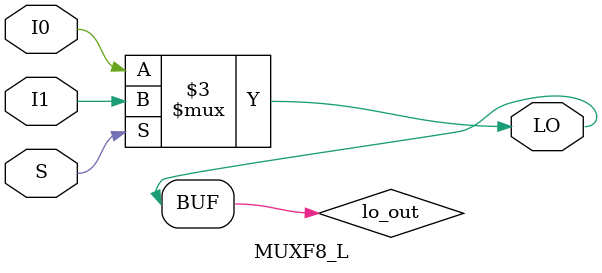
<source format=v>

/*

FUNCTION	: 2 to 1 Multiplexer for Carry Logic

*/

`celldefine
`timescale  100 ps / 10 ps

module MUXF8_L (LO, I0, I1, S);

    output LO;
    reg    lo_out;

    input  I0, I1, S;

    buf B1 (LO, lo_out);

	always @(I0 or I1 or S) begin
	    if (S)
		lo_out <= I1;
	    else
		lo_out <= I0;
	end

endmodule

</source>
